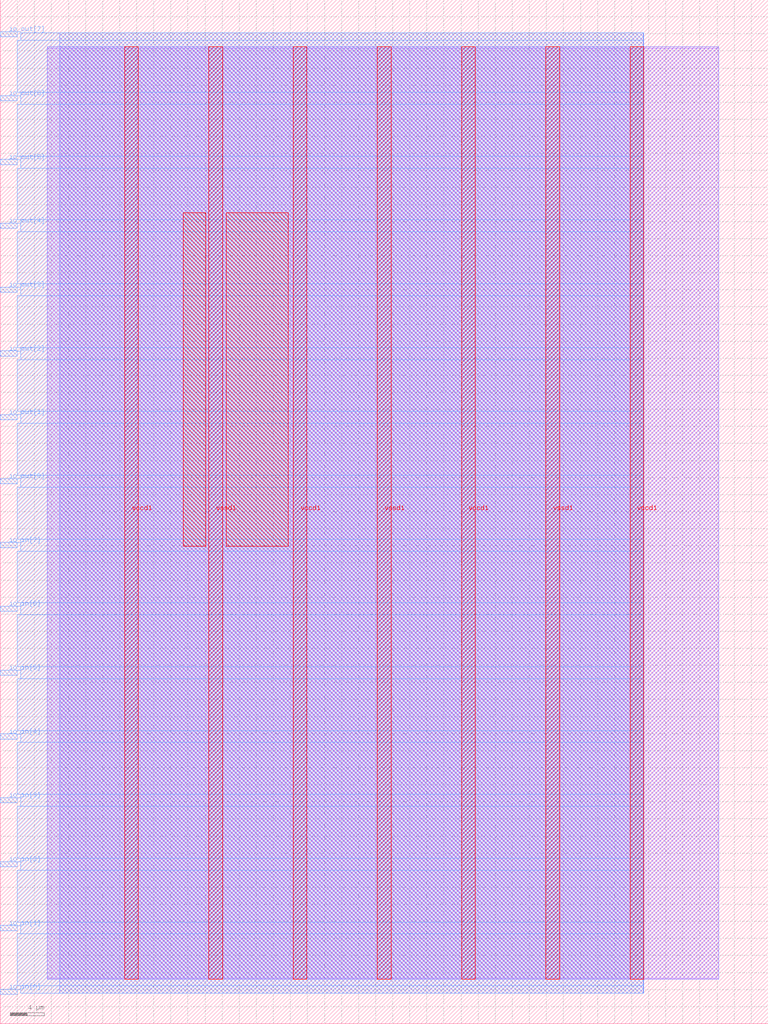
<source format=lef>
VERSION 5.7 ;
  NOWIREEXTENSIONATPIN ON ;
  DIVIDERCHAR "/" ;
  BUSBITCHARS "[]" ;
MACRO pwm_gen
  CLASS BLOCK ;
  FOREIGN pwm_gen ;
  ORIGIN 0.000 0.000 ;
  SIZE 90.000 BY 120.000 ;
  PIN io_in[0]
    DIRECTION INPUT ;
    USE SIGNAL ;
    PORT
      LAYER met3 ;
        RECT 0.000 3.440 2.000 4.040 ;
    END
  END io_in[0]
  PIN io_in[1]
    DIRECTION INPUT ;
    USE SIGNAL ;
    PORT
      LAYER met3 ;
        RECT 0.000 10.920 2.000 11.520 ;
    END
  END io_in[1]
  PIN io_in[2]
    DIRECTION INPUT ;
    USE SIGNAL ;
    PORT
      LAYER met3 ;
        RECT 0.000 18.400 2.000 19.000 ;
    END
  END io_in[2]
  PIN io_in[3]
    DIRECTION INPUT ;
    USE SIGNAL ;
    PORT
      LAYER met3 ;
        RECT 0.000 25.880 2.000 26.480 ;
    END
  END io_in[3]
  PIN io_in[4]
    DIRECTION INPUT ;
    USE SIGNAL ;
    PORT
      LAYER met3 ;
        RECT 0.000 33.360 2.000 33.960 ;
    END
  END io_in[4]
  PIN io_in[5]
    DIRECTION INPUT ;
    USE SIGNAL ;
    PORT
      LAYER met3 ;
        RECT 0.000 40.840 2.000 41.440 ;
    END
  END io_in[5]
  PIN io_in[6]
    DIRECTION INPUT ;
    USE SIGNAL ;
    PORT
      LAYER met3 ;
        RECT 0.000 48.320 2.000 48.920 ;
    END
  END io_in[6]
  PIN io_in[7]
    DIRECTION INPUT ;
    USE SIGNAL ;
    PORT
      LAYER met3 ;
        RECT 0.000 55.800 2.000 56.400 ;
    END
  END io_in[7]
  PIN io_out[0]
    DIRECTION OUTPUT TRISTATE ;
    USE SIGNAL ;
    PORT
      LAYER met3 ;
        RECT 0.000 63.280 2.000 63.880 ;
    END
  END io_out[0]
  PIN io_out[1]
    DIRECTION OUTPUT TRISTATE ;
    USE SIGNAL ;
    PORT
      LAYER met3 ;
        RECT 0.000 70.760 2.000 71.360 ;
    END
  END io_out[1]
  PIN io_out[2]
    DIRECTION OUTPUT TRISTATE ;
    USE SIGNAL ;
    PORT
      LAYER met3 ;
        RECT 0.000 78.240 2.000 78.840 ;
    END
  END io_out[2]
  PIN io_out[3]
    DIRECTION OUTPUT TRISTATE ;
    USE SIGNAL ;
    PORT
      LAYER met3 ;
        RECT 0.000 85.720 2.000 86.320 ;
    END
  END io_out[3]
  PIN io_out[4]
    DIRECTION OUTPUT TRISTATE ;
    USE SIGNAL ;
    PORT
      LAYER met3 ;
        RECT 0.000 93.200 2.000 93.800 ;
    END
  END io_out[4]
  PIN io_out[5]
    DIRECTION OUTPUT TRISTATE ;
    USE SIGNAL ;
    PORT
      LAYER met3 ;
        RECT 0.000 100.680 2.000 101.280 ;
    END
  END io_out[5]
  PIN io_out[6]
    DIRECTION OUTPUT TRISTATE ;
    USE SIGNAL ;
    PORT
      LAYER met3 ;
        RECT 0.000 108.160 2.000 108.760 ;
    END
  END io_out[6]
  PIN io_out[7]
    DIRECTION OUTPUT TRISTATE ;
    USE SIGNAL ;
    PORT
      LAYER met3 ;
        RECT 0.000 115.640 2.000 116.240 ;
    END
  END io_out[7]
  PIN vccd1
    DIRECTION INOUT ;
    USE POWER ;
    PORT
      LAYER met4 ;
        RECT 14.590 5.200 16.190 114.480 ;
    END
    PORT
      LAYER met4 ;
        RECT 34.330 5.200 35.930 114.480 ;
    END
    PORT
      LAYER met4 ;
        RECT 54.070 5.200 55.670 114.480 ;
    END
    PORT
      LAYER met4 ;
        RECT 73.810 5.200 75.410 114.480 ;
    END
  END vccd1
  PIN vssd1
    DIRECTION INOUT ;
    USE GROUND ;
    PORT
      LAYER met4 ;
        RECT 24.460 5.200 26.060 114.480 ;
    END
    PORT
      LAYER met4 ;
        RECT 44.200 5.200 45.800 114.480 ;
    END
    PORT
      LAYER met4 ;
        RECT 63.940 5.200 65.540 114.480 ;
    END
  END vssd1
  OBS
      LAYER li1 ;
        RECT 5.520 5.355 84.180 114.325 ;
      LAYER met1 ;
        RECT 5.520 5.200 84.180 114.480 ;
      LAYER met2 ;
        RECT 6.990 3.555 75.380 116.125 ;
      LAYER met3 ;
        RECT 2.400 115.240 75.400 116.105 ;
        RECT 2.000 109.160 75.400 115.240 ;
        RECT 2.400 107.760 75.400 109.160 ;
        RECT 2.000 101.680 75.400 107.760 ;
        RECT 2.400 100.280 75.400 101.680 ;
        RECT 2.000 94.200 75.400 100.280 ;
        RECT 2.400 92.800 75.400 94.200 ;
        RECT 2.000 86.720 75.400 92.800 ;
        RECT 2.400 85.320 75.400 86.720 ;
        RECT 2.000 79.240 75.400 85.320 ;
        RECT 2.400 77.840 75.400 79.240 ;
        RECT 2.000 71.760 75.400 77.840 ;
        RECT 2.400 70.360 75.400 71.760 ;
        RECT 2.000 64.280 75.400 70.360 ;
        RECT 2.400 62.880 75.400 64.280 ;
        RECT 2.000 56.800 75.400 62.880 ;
        RECT 2.400 55.400 75.400 56.800 ;
        RECT 2.000 49.320 75.400 55.400 ;
        RECT 2.400 47.920 75.400 49.320 ;
        RECT 2.000 41.840 75.400 47.920 ;
        RECT 2.400 40.440 75.400 41.840 ;
        RECT 2.000 34.360 75.400 40.440 ;
        RECT 2.400 32.960 75.400 34.360 ;
        RECT 2.000 26.880 75.400 32.960 ;
        RECT 2.400 25.480 75.400 26.880 ;
        RECT 2.000 19.400 75.400 25.480 ;
        RECT 2.400 18.000 75.400 19.400 ;
        RECT 2.000 11.920 75.400 18.000 ;
        RECT 2.400 10.520 75.400 11.920 ;
        RECT 2.000 4.440 75.400 10.520 ;
        RECT 2.400 3.575 75.400 4.440 ;
      LAYER met4 ;
        RECT 21.455 55.935 24.060 95.025 ;
        RECT 26.460 55.935 33.745 95.025 ;
  END
END pwm_gen
END LIBRARY


</source>
